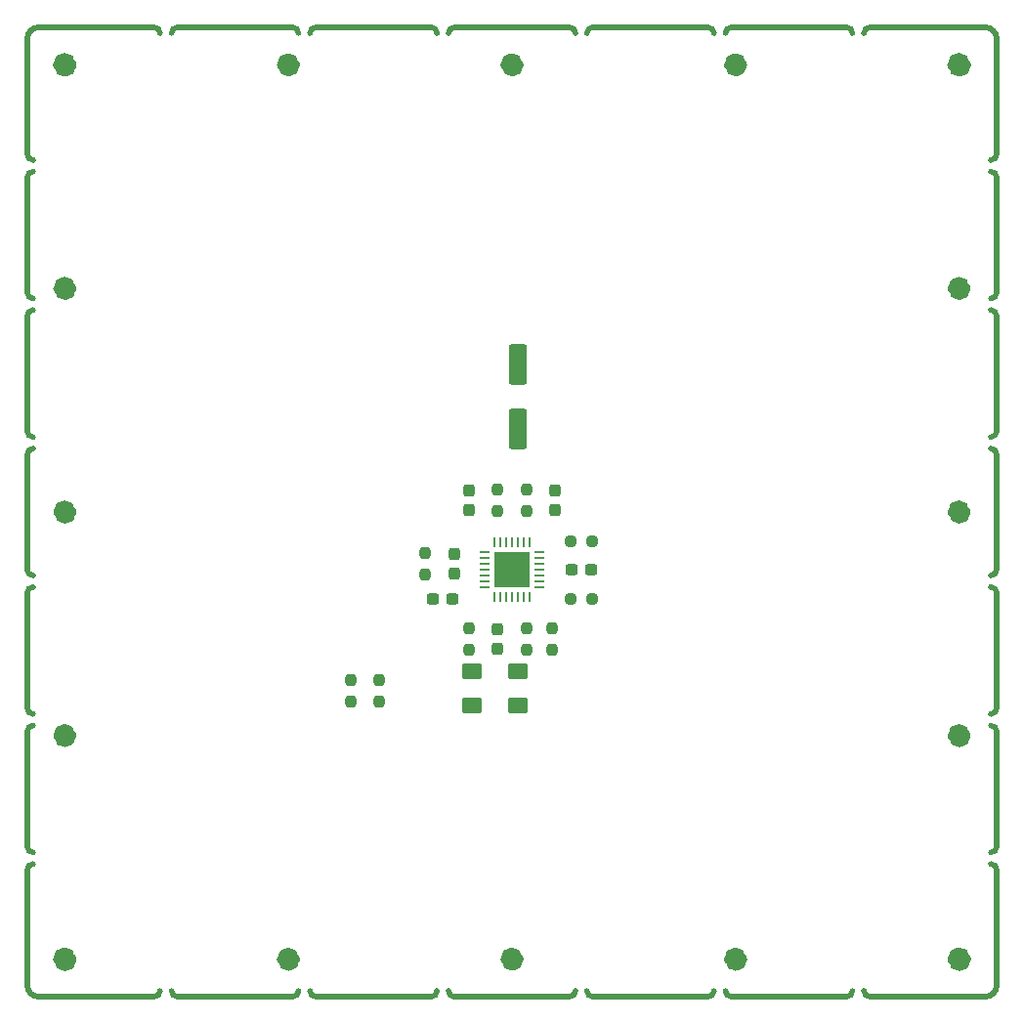
<source format=gtp>
G04 #@! TF.GenerationSoftware,KiCad,Pcbnew,(6.0.6)*
G04 #@! TF.CreationDate,2022-07-02T13:13:47+02:00*
G04 #@! TF.ProjectId,stencil,7374656e-6369-46c2-9e6b-696361645f70,rev?*
G04 #@! TF.SameCoordinates,Original*
G04 #@! TF.FileFunction,Paste,Top*
G04 #@! TF.FilePolarity,Positive*
%FSLAX46Y46*%
G04 Gerber Fmt 4.6, Leading zero omitted, Abs format (unit mm)*
G04 Created by KiCad (PCBNEW (6.0.6)) date 2022-07-02 13:13:47*
%MOMM*%
%LPD*%
G01*
G04 APERTURE LIST*
G04 Aperture macros list*
%AMRoundRect*
0 Rectangle with rounded corners*
0 $1 Rounding radius*
0 $2 $3 $4 $5 $6 $7 $8 $9 X,Y pos of 4 corners*
0 Add a 4 corners polygon primitive as box body*
4,1,4,$2,$3,$4,$5,$6,$7,$8,$9,$2,$3,0*
0 Add four circle primitives for the rounded corners*
1,1,$1+$1,$2,$3*
1,1,$1+$1,$4,$5*
1,1,$1+$1,$6,$7*
1,1,$1+$1,$8,$9*
0 Add four rect primitives between the rounded corners*
20,1,$1+$1,$2,$3,$4,$5,0*
20,1,$1+$1,$4,$5,$6,$7,0*
20,1,$1+$1,$6,$7,$8,$9,0*
20,1,$1+$1,$8,$9,$2,$3,0*%
G04 Aperture macros list end*
%ADD10C,0.500000*%
%ADD11C,1.000000*%
%ADD12C,1.050000*%
%ADD13RoundRect,0.237500X-0.300000X-0.237500X0.300000X-0.237500X0.300000X0.237500X-0.300000X0.237500X0*%
%ADD14RoundRect,0.237500X-0.237500X0.250000X-0.237500X-0.250000X0.237500X-0.250000X0.237500X0.250000X0*%
%ADD15RoundRect,0.237500X-0.237500X0.300000X-0.237500X-0.300000X0.237500X-0.300000X0.237500X0.300000X0*%
%ADD16RoundRect,0.250001X0.624999X-0.462499X0.624999X0.462499X-0.624999X0.462499X-0.624999X-0.462499X0*%
%ADD17R,0.909599X0.254800*%
%ADD18R,0.254800X0.909599*%
%ADD19R,3.098800X3.098800*%
%ADD20RoundRect,0.237500X0.237500X-0.300000X0.237500X0.300000X-0.237500X0.300000X-0.237500X-0.300000X0*%
%ADD21RoundRect,0.237500X0.237500X-0.250000X0.237500X0.250000X-0.237500X0.250000X-0.237500X-0.250000X0*%
%ADD22RoundRect,0.237500X0.300000X0.237500X-0.300000X0.237500X-0.300000X-0.237500X0.300000X-0.237500X0*%
%ADD23RoundRect,0.250000X0.550000X-1.500000X0.550000X1.500000X-0.550000X1.500000X-0.550000X-1.500000X0*%
%ADD24RoundRect,0.237500X0.250000X0.237500X-0.250000X0.237500X-0.250000X-0.237500X0.250000X-0.237500X0*%
%ADD25RoundRect,0.237500X-0.250000X-0.237500X0.250000X-0.237500X0.250000X0.237500X-0.250000X0.237500X0*%
G04 APERTURE END LIST*
D10*
X152000000Y-14000000D02*
G75*
G03*
X151500000Y-14500000I0J-500000D01*
G01*
X176000000Y-98000000D02*
X186000000Y-98000000D01*
X115500000Y-26500000D02*
G75*
G03*
X115000000Y-27000000I0J-500000D01*
G01*
D11*
X118750000Y-56000000D02*
G75*
G03*
X118750000Y-56000000I-500000J0D01*
G01*
D10*
X139500000Y-97500000D02*
G75*
G03*
X140000000Y-98000000I500000J0D01*
G01*
D12*
X118775000Y-17250000D02*
G75*
G03*
X118775000Y-17250000I-525000J0D01*
G01*
D10*
X115000000Y-85000000D02*
G75*
G03*
X115500000Y-85500000I500000J0D01*
G01*
X162500000Y-14500000D02*
G75*
G03*
X162000000Y-14000000I-500000J0D01*
G01*
X199000000Y-63000000D02*
X199000000Y-73000000D01*
X115000000Y-27000000D02*
X115000000Y-37000000D01*
X198000000Y-98000000D02*
G75*
G03*
X199000000Y-97000000I0J1000000D01*
G01*
X138000000Y-98000000D02*
G75*
G03*
X138500000Y-97500000I0J500000D01*
G01*
X198500000Y-73500000D02*
G75*
G03*
X199000000Y-73000000I0J500000D01*
G01*
X199000000Y-51000000D02*
X199000000Y-61000000D01*
X140000000Y-14000000D02*
G75*
G03*
X139500000Y-14500000I0J-500000D01*
G01*
D11*
X196250000Y-75375000D02*
G75*
G03*
X196250000Y-75375000I-500000J0D01*
G01*
D10*
X152000000Y-98000000D02*
X162000000Y-98000000D01*
X152000000Y-14000000D02*
X162000000Y-14000000D01*
X126000000Y-98000000D02*
G75*
G03*
X126500000Y-97500000I0J500000D01*
G01*
X199000000Y-87000000D02*
X199000000Y-97000000D01*
X164000000Y-14000000D02*
G75*
G03*
X163500000Y-14500000I0J-500000D01*
G01*
D11*
X196250000Y-36625000D02*
G75*
G03*
X196250000Y-36625000I-500000J0D01*
G01*
D10*
X116000000Y-98000000D02*
X126000000Y-98000000D01*
D12*
X118775000Y-94750000D02*
G75*
G03*
X118775000Y-94750000I-525000J0D01*
G01*
D10*
X128000000Y-14000000D02*
G75*
G03*
X127500000Y-14500000I0J-500000D01*
G01*
X116000000Y-14000000D02*
X126000000Y-14000000D01*
X187500000Y-97500000D02*
G75*
G03*
X188000000Y-98000000I500000J0D01*
G01*
X199000000Y-63000000D02*
G75*
G03*
X198500000Y-62500000I-500000J0D01*
G01*
X115000000Y-49000000D02*
G75*
G03*
X115500000Y-49500000I500000J0D01*
G01*
X175500000Y-97500000D02*
G75*
G03*
X176000000Y-98000000I500000J0D01*
G01*
X128000000Y-98000000D02*
X138000000Y-98000000D01*
D11*
X118750000Y-75375000D02*
G75*
G03*
X118750000Y-75375000I-500000J0D01*
G01*
D10*
X199000000Y-27000000D02*
X199000000Y-37000000D01*
X162000000Y-98000000D02*
G75*
G03*
X162500000Y-97500000I0J500000D01*
G01*
X115500000Y-74500000D02*
G75*
G03*
X115000000Y-75000000I0J-500000D01*
G01*
X115000000Y-87000000D02*
X115000000Y-97000000D01*
X198500000Y-85500000D02*
G75*
G03*
X199000000Y-85000000I0J500000D01*
G01*
X115500000Y-50500000D02*
G75*
G03*
X115000000Y-51000000I0J-500000D01*
G01*
D11*
X176875000Y-94750000D02*
G75*
G03*
X176875000Y-94750000I-500000J0D01*
G01*
D10*
X115000000Y-39000000D02*
X115000000Y-49000000D01*
D11*
X138125000Y-94750000D02*
G75*
G03*
X138125000Y-94750000I-500000J0D01*
G01*
X196250000Y-56000000D02*
G75*
G03*
X196250000Y-56000000I-500000J0D01*
G01*
D10*
X186000000Y-98000000D02*
G75*
G03*
X186500000Y-97500000I0J500000D01*
G01*
X199000000Y-75000000D02*
G75*
G03*
X198500000Y-74500000I-500000J0D01*
G01*
X199000000Y-87000000D02*
G75*
G03*
X198500000Y-86500000I-500000J0D01*
G01*
X128000000Y-14000000D02*
X138000000Y-14000000D01*
X115500000Y-62500000D02*
G75*
G03*
X115000000Y-63000000I0J-500000D01*
G01*
X115000000Y-63000000D02*
X115000000Y-73000000D01*
D12*
X196275000Y-94750000D02*
G75*
G03*
X196275000Y-94750000I-525000J0D01*
G01*
D10*
X198500000Y-49500000D02*
G75*
G03*
X199000000Y-49000000I0J500000D01*
G01*
X198500000Y-37500000D02*
G75*
G03*
X199000000Y-37000000I0J500000D01*
G01*
X176000000Y-14000000D02*
G75*
G03*
X175500000Y-14500000I0J-500000D01*
G01*
X176000000Y-14000000D02*
X186000000Y-14000000D01*
X199000000Y-51000000D02*
G75*
G03*
X198500000Y-50500000I-500000J0D01*
G01*
X188000000Y-14000000D02*
X198000000Y-14000000D01*
X199000000Y-15000000D02*
G75*
G03*
X198000000Y-14000000I-1000000J0D01*
G01*
X140000000Y-98000000D02*
X150000000Y-98000000D01*
X199000000Y-15000000D02*
X199000000Y-25000000D01*
X115000000Y-15000000D02*
X115000000Y-25000000D01*
X198500000Y-61500000D02*
G75*
G03*
X199000000Y-61000000I0J500000D01*
G01*
X199000000Y-39000000D02*
G75*
G03*
X198500000Y-38500000I-500000J0D01*
G01*
X126500000Y-14500000D02*
G75*
G03*
X126000000Y-14000000I-500000J0D01*
G01*
X151500000Y-97500000D02*
G75*
G03*
X152000000Y-98000000I500000J0D01*
G01*
X115000000Y-51000000D02*
X115000000Y-61000000D01*
X163500000Y-97500000D02*
G75*
G03*
X164000000Y-98000000I500000J0D01*
G01*
D11*
X157500000Y-94750000D02*
G75*
G03*
X157500000Y-94750000I-500000J0D01*
G01*
D10*
X164000000Y-14000000D02*
X174000000Y-14000000D01*
X116000000Y-14000000D02*
G75*
G03*
X115000000Y-15000000I0J-1000000D01*
G01*
X138500000Y-14500000D02*
G75*
G03*
X138000000Y-14000000I-500000J0D01*
G01*
X115500000Y-86500000D02*
G75*
G03*
X115000000Y-87000000I0J-500000D01*
G01*
X115000000Y-25000000D02*
G75*
G03*
X115500000Y-25500000I500000J0D01*
G01*
X150500000Y-14500000D02*
G75*
G03*
X150000000Y-14000000I-500000J0D01*
G01*
X115000000Y-75000000D02*
X115000000Y-85000000D01*
X199000000Y-39000000D02*
X199000000Y-49000000D01*
X188000000Y-14000000D02*
G75*
G03*
X187500000Y-14500000I0J-500000D01*
G01*
X174000000Y-98000000D02*
G75*
G03*
X174500000Y-97500000I0J500000D01*
G01*
X188000000Y-98000000D02*
X198000000Y-98000000D01*
X115500000Y-38500000D02*
G75*
G03*
X115000000Y-39000000I0J-500000D01*
G01*
X174500000Y-14500000D02*
G75*
G03*
X174000000Y-14000000I-500000J0D01*
G01*
X198500000Y-25500000D02*
G75*
G03*
X199000000Y-25000000I0J500000D01*
G01*
D11*
X157500000Y-17250000D02*
G75*
G03*
X157500000Y-17250000I-500000J0D01*
G01*
D10*
X127500000Y-97500000D02*
G75*
G03*
X128000000Y-98000000I500000J0D01*
G01*
X186500000Y-14500000D02*
G75*
G03*
X186000000Y-14000000I-500000J0D01*
G01*
X115000000Y-37000000D02*
G75*
G03*
X115500000Y-37500000I500000J0D01*
G01*
X140000000Y-14000000D02*
X150000000Y-14000000D01*
D12*
X196275000Y-17250000D02*
G75*
G03*
X196275000Y-17250000I-525000J0D01*
G01*
D10*
X115000000Y-61000000D02*
G75*
G03*
X115500000Y-61500000I500000J0D01*
G01*
D11*
X176875000Y-17250000D02*
G75*
G03*
X176875000Y-17250000I-500000J0D01*
G01*
D10*
X115000000Y-97000000D02*
G75*
G03*
X116000000Y-98000000I1000000J0D01*
G01*
D11*
X118750000Y-36625000D02*
G75*
G03*
X118750000Y-36625000I-500000J0D01*
G01*
D10*
X150000000Y-98000000D02*
G75*
G03*
X150500000Y-97500000I0J500000D01*
G01*
X199000000Y-75000000D02*
X199000000Y-85000000D01*
X199000000Y-27000000D02*
G75*
G03*
X198500000Y-26500000I-500000J0D01*
G01*
X115000000Y-73000000D02*
G75*
G03*
X115500000Y-73500000I500000J0D01*
G01*
D11*
X138125000Y-17250000D02*
G75*
G03*
X138125000Y-17250000I-500000J0D01*
G01*
D10*
X164000000Y-98000000D02*
X174000000Y-98000000D01*
D13*
G04 #@! TO.C,C4*
X162137500Y-61000000D03*
X163862500Y-61000000D03*
G04 #@! TD*
D14*
G04 #@! TO.C,R6*
X160500000Y-66087500D03*
X160500000Y-67912500D03*
G04 #@! TD*
D15*
G04 #@! TO.C,C1*
X155750000Y-66137500D03*
X155750000Y-67862500D03*
G04 #@! TD*
D16*
G04 #@! TO.C,STEP1*
X153500000Y-72737500D03*
X153500000Y-69762500D03*
G04 #@! TD*
D17*
G04 #@! TO.C,U1*
X154652900Y-59500000D03*
X154652900Y-59999999D03*
X154652900Y-60500001D03*
X154652900Y-61000000D03*
X154652900Y-61499999D03*
X154652900Y-62000001D03*
X154652900Y-62500000D03*
D18*
X155500000Y-63347100D03*
X155999999Y-63347100D03*
X156500001Y-63347100D03*
X157000000Y-63347100D03*
X157499999Y-63347100D03*
X158000001Y-63347100D03*
X158500000Y-63347100D03*
D17*
X159347100Y-62500000D03*
X159347100Y-62000001D03*
X159347100Y-61499999D03*
X159347100Y-61000000D03*
X159347100Y-60500001D03*
X159347100Y-59999999D03*
X159347100Y-59500000D03*
D18*
X158500000Y-58652900D03*
X158000001Y-58652900D03*
X157499999Y-58652900D03*
X157000000Y-58652900D03*
X156500001Y-58652900D03*
X155999999Y-58652900D03*
X155500000Y-58652900D03*
D19*
X157000000Y-61000000D03*
G04 #@! TD*
D14*
G04 #@! TO.C,R3*
X158250000Y-54087500D03*
X158250000Y-55912500D03*
G04 #@! TD*
G04 #@! TO.C,R8*
X153250000Y-66087500D03*
X153250000Y-67912500D03*
G04 #@! TD*
D20*
G04 #@! TO.C,C5*
X153250000Y-55862500D03*
X153250000Y-54137500D03*
G04 #@! TD*
D16*
G04 #@! TO.C,EN1*
X157500000Y-72737500D03*
X157500000Y-69762500D03*
G04 #@! TD*
D14*
G04 #@! TO.C,R10*
X143000000Y-70587500D03*
X143000000Y-72412500D03*
G04 #@! TD*
D21*
G04 #@! TO.C,R2*
X155750000Y-55912500D03*
X155750000Y-54087500D03*
G04 #@! TD*
D22*
G04 #@! TO.C,C3*
X151862500Y-63500000D03*
X150137500Y-63500000D03*
G04 #@! TD*
D21*
G04 #@! TO.C,R1*
X149500000Y-61412500D03*
X149500000Y-59587500D03*
G04 #@! TD*
G04 #@! TO.C,R7*
X158250000Y-67912500D03*
X158250000Y-66087500D03*
G04 #@! TD*
D20*
G04 #@! TO.C,C2*
X152000000Y-61362500D03*
X152000000Y-59637500D03*
G04 #@! TD*
D23*
G04 #@! TO.C,C7*
X157500000Y-48800000D03*
X157500000Y-43200000D03*
G04 #@! TD*
D20*
G04 #@! TO.C,C6*
X160750000Y-55862500D03*
X160750000Y-54137500D03*
G04 #@! TD*
D24*
G04 #@! TO.C,R5*
X163912500Y-58500000D03*
X162087500Y-58500000D03*
G04 #@! TD*
D25*
G04 #@! TO.C,R4*
X162087500Y-63500000D03*
X163912500Y-63500000D03*
G04 #@! TD*
D21*
G04 #@! TO.C,R9*
X145500000Y-72412500D03*
X145500000Y-70587500D03*
G04 #@! TD*
M02*

</source>
